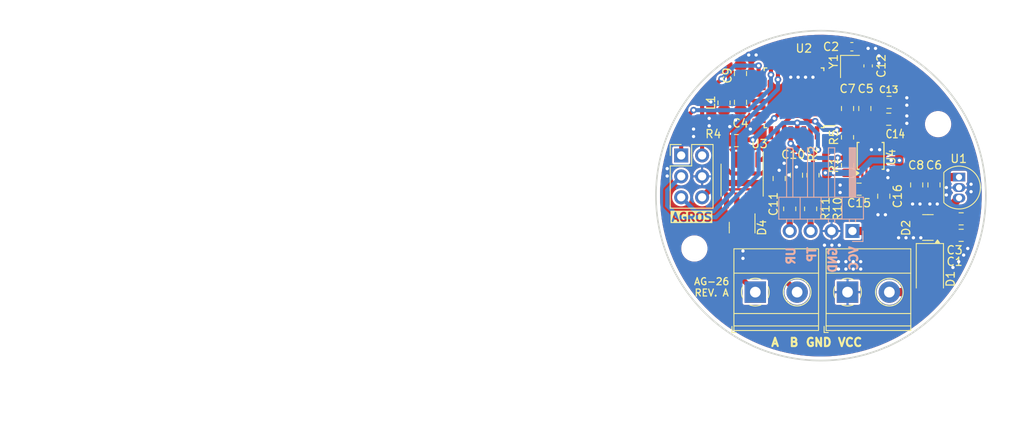
<source format=kicad_pcb>
(kicad_pcb (version 20240108) (generator "pcbnew") (generator_version "8.0")
  (layers (0 "F.Cu" signal) (31 "B.Cu" signal) (34 "B.Paste" user) (35 "F.Paste" user) (36 "B.SilkS" user "B.Silkscreen") (37 "F.SilkS" user "F.Silkscreen") (38 "B.Mask" user) (39 "F.Mask" user) (44 "Edge.Cuts" user))
  (net 0 "")
  (net 1 "Net-(D1-K)")
  (net 2 "GND")
  (net 3 "Net-(U2-XTAL2{slash}PB7)")
  (net 4 "+5V")
  (net 5 "Net-(U2-AREF)")
  (net 6 "+12V")
  (net 7 "Net-(U2-AVCC)")
  (net 8 "RESET")
  (net 9 "Net-(U2-XTAL1{slash}PB6)")
  (net 10 "SENSOR_ANALOGICO_1")
  (net 11 "SENSOR_ANALOGICO_2")
  (net 16 "SCL")
  (net 17 "SDA")
  (net 20 "RX")
  (net 21 "TX")
  (net 22 "485_A")
  (net 23 "485_B")
  (net 24 "TEMP")
  (net 25 "UMID")
  (net 26 "485_EN")
  (net 27 "MISO")
  (net 28 "SCK")
  (net 29 "MOSI")
  (net 31 "RX_CAL")
  (net 32 "TX_CAL")
  (net 37 "SENSOR_ANALOGICO_4")
  (net 38 "SENSOR_ANALOGICO_3")
  (footprint "Capacitor_SMD:C_0603_1608Metric" (layer "F.Cu") (at 150.2 71.325 90)
    (property "Reference" "C12" (at 0 1.6 270) (layer "F.SilkS"))
    (property "Value" "22pF")
    (pad "1" smd roundrect (at -0.775 0 90) (size 0.9 0.95) (layers "F.Cu" "F.Paste" "F.Mask") (net 9 "Net-(U2-XTAL1{slash}PB6)"))
    (pad "2" smd roundrect (at 0.775 0 90) (size 0.9 0.95) (layers "F.Cu" "F.Paste" "F.Mask") (net 2 "GND"))
  )
  (footprint "Capacitor_SMD:C_0805_2012Metric" (layer "F.Cu") (at 147.7 76.5 -90)
    (property "Reference" "C7" (at -2.4 0 180) (layer "F.SilkS"))
    (property "Value" "100nF")
    (pad "1" smd roundrect (at -0.95 0 270) (size 1 1.45) (layers "F.Cu" "F.Paste" "F.Mask") (net 4 "+5V"))
    (pad "2" smd roundrect (at 0.95 0 270) (size 1 1.45) (layers "F.Cu" "F.Paste" "F.Mask") (net 2 "GND"))
  )
  (footprint "Capacitor_SMD:C_0805_2012Metric" (layer "F.Cu") (at 158.2 85.78 -90)
    (property "Reference" "C6" (at -2.395 -0.01 180) (layer "F.SilkS"))
    (property "Value" "10uF")
    (pad "1" smd roundrect (at -0.95 0 270) (size 1 1.45) (layers "F.Cu" "F.Paste" "F.Mask") (net 4 "+5V"))
    (pad "2" smd roundrect (at 0.95 0 270) (size 1 1.45) (layers "F.Cu" "F.Paste" "F.Mask") (net 2 "GND"))
  )
  (footprint "Package_TO_SOT_SMD:SOT-23" (layer "F.Cu") (at 157.4625 90.95 180)
    (property "Reference" "D2" (at 2.6625 -0.05 -90) (layer "F.SilkS"))
    (property "Value" "RCLAMP0582B")
    (pad "1" smd roundrect (at -0.9375 -0.95 180) (size 1.475 0.6) (layers "F.Cu" "F.Paste" "F.Mask") (net 1 "Net-(D1-K)"))
    (pad "2" smd roundrect (at -0.9375 0.95 180) (size 1.475 0.6) (layers "F.Cu" "F.Paste" "F.Mask") (net 1 "Net-(D1-K)"))
    (pad "3" smd roundrect (at 0.9375 0 180) (size 1.475 0.6) (layers "F.Cu" "F.Paste" "F.Mask") (net 2 "GND"))
  )
  (footprint "Resistor_SMD:R_0805_2012Metric" (layer "F.Cu") (at 140.68 88.6875 90)
    (property "Reference" "R11" (at 0 4.32 270) (layer "F.SilkS"))
    (property "Value" "1K")
    (pad "1" smd roundrect (at -0.9125 0 90) (size 1.025 1.4) (layers "F.Cu" "F.Paste" "F.Mask") (roundrect_rratio 0.243902) (net 25 "UMID"))
    (pad "2" smd roundrect (at 0.9125 0 90) (size 1.025 1.4) (layers "F.Cu" "F.Paste" "F.Mask") (roundrect_rratio 0.243902) (net 11 "SENSOR_ANALOGICO_2"))
  )
  (footprint "Package_SO:SOIC-8_3.9x4.9mm_P1.27mm" (layer "F.Cu") (at 134.9 85.2 -90)
    (property "Reference" "U3" (at -4.4 -2.1 0) (layer "F.SilkS"))
    (property "Value" "MAX487E")
    (pad "1" smd roundrect (at -2.475 -1.905 270) (size 1.95 0.6) (layers "F.Cu" "F.Paste" "F.Mask") (net 20 "RX"))
    (pad "2" smd roundrect (at -2.475 -0.635 270) (size 1.95 0.6) (layers "F.Cu" "F.Paste" "F.Mask") (net 26 "485_EN"))
    (pad "3" smd roundrect (at -2.475 0.635 270) (size 1.95 0.6) (layers "F.Cu" "F.Paste" "F.Mask") (net 26 "485_EN"))
    (pad "4" smd roundrect (at -2.475 1.905 270) (size 1.95 0.6) (layers "F.Cu" "F.Paste" "F.Mask") (net 21 "TX"))
    (pad "5" smd roundrect (at 2.475 1.905 270) (size 1.95 0.6) (layers "F.Cu" "F.Paste" "F.Mask") (net 2 "GND"))
    (pad "6" smd roundrect (at 2.475 0.635 270) (size 1.95 0.6) (layers "F.Cu" "F.Paste" "F.Mask") (net 22 "485_A"))
    (pad "7" smd roundrect (at 2.475 -0.635 270) (size 1.95 0.6) (layers "F.Cu" "F.Paste" "F.Mask") (net 23 "485_B"))
    (pad "8" smd roundrect (at 2.475 -1.905 270) (size 1.95 0.6) (layers "F.Cu" "F.Paste" "F.Mask") (net 4 "+5V"))
  )
  (footprint "Package_QFP:TQFP-32_7x7mm_P0.8mm" (layer "F.Cu") (at 141.2 75.2 180)
    (property "Reference" "U2" (at -1.2 6 180) (layer "F.SilkS"))
    (property "Value" "ATmega328P-A")
    (pad "1" smd rect (at -4.25 -2.8 180) (size 1.6 0.55) (layers "F.Cu" "F.Paste" "F.Mask") (net 32 "TX_CAL"))
    (pad "2" smd rect (at -4.25 -2 180) (size 1.6 0.55) (layers "F.Cu" "F.Paste" "F.Mask") (net 26 "485_EN"))
    (pad "3" smd rect (at -4.25 -1.2 180) (size 1.6 0.55) (layers "F.Cu" "F.Paste" "F.Mask") (net 2 "GND"))
    (pad "4" smd rect (at -4.25 -0.4 180) (size 1.6 0.55) (layers "F.Cu" "F.Paste" "F.Mask") (net 4 "+5V"))
    (pad "5" smd rect (at -4.25 0.4 180) (size 1.6 0.55) (layers "F.Cu" "F.Paste" "F.Mask") (net 2 "GND"))
    (pad "6" smd rect (at -4.25 1.2 180) (size 1.6 0.55) (layers "F.Cu" "F.Paste" "F.Mask") (net 4 "+5V"))
    (pad "7" smd rect (at -4.25 2 180) (size 1.6 0.55) (layers "F.Cu" "F.Paste" "F.Mask") (net 9 "Net-(U2-XTAL1{slash}PB6)"))
    (pad "8" smd rect (at -4.25 2.8 180) (size 1.6 0.55) (layers "F.Cu" "F.Paste" "F.Mask") (net 3 "Net-(U2-XTAL2{slash}PB7)"))
    (pad "9" smd rect (at -2.8 4.25 270) (size 1.6 0.55) (layers "F.Cu" "F.Paste" "F.Mask"))
    (pad "10" smd rect (at -2 4.25 270) (size 1.6 0.55) (layers "F.Cu" "F.Paste" "F.Mask"))
    (pad "11" smd rect (at -1.2 4.25 270) (size 1.6 0.55) (layers "F.Cu" "F.Paste" "F.Mask"))
    (pad "12" smd rect (at -0.4 4.25 270) (size 1.6 0.55) (layers "F.Cu" "F.Paste" "F.Mask"))
    (pad "13" smd rect (at 0.4 4.25 270) (size 1.6 0.55) (layers "F.Cu" "F.Paste" "F.Mask"))
    (pad "14" smd rect (at 1.2 4.25 270) (size 1.6 0.55) (layers "F.Cu" "F.Paste" "F.Mask"))
    (pad "15" smd rect (at 2 4.25 270) (size 1.6 0.55) (layers "F.Cu" "F.Paste" "F.Mask") (net 29 "MOSI"))
    (pad "16" smd rect (at 2.8 4.25 270) (size 1.6 0.55) (layers "F.Cu" "F.Paste" "F.Mask") (net 27 "MISO"))
    (pad "17" smd rect (at 4.25 2.8 180) (size 1.6 0.55) (layers "F.Cu" "F.Paste" "F.Mask") (net 28 "SCK"))
    (pad "18" smd rect (at 4.25 2 180) (size 1.6 0.55) (layers "F.Cu" "F.Paste" "F.Mask") (net 7 "Net-(U2-AVCC)"))
    (pad "19" smd rect (at 4.25 1.2 180) (size 1.6 0.55) (layers "F.Cu" "F.Paste" "F.Mask"))
    (pad "20" smd rect (at 4.25 0.4 180) (size 1.6 0.55) (layers "F.Cu" "F.Paste" "F.Mask") (net 5 "Net-(U2-AREF)"))
    (pad "21" smd rect (at 4.25 -0.4 180) (size 1.6 0.55) (layers "F.Cu" "F.Paste" "F.Mask") (net 2 "GND"))
    (pad "22" smd rect (at 4.25 -1.2 180) (size 1.6 0.55) (layers "F.Cu" "F.Paste" "F.Mask"))
    (pad "23" smd rect (at 4.25 -2 180) (size 1.6 0.55) (layers "F.Cu" "F.Paste" "F.Mask"))
    (pad "24" smd rect (at 4.25 -2.8 180) (size 1.6 0.55) (layers "F.Cu" "F.Paste" "F.Mask"))
    (pad "25" smd rect (at 2.8 -4.25 270) (size 1.6 0.55) (layers "F.Cu" "F.Paste" "F.Mask"))
    (pad "26" smd rect (at 2 -4.25 270) (size 1.6 0.55) (layers "F.Cu" "F.Paste" "F.Mask"))
    (pad "27" smd rect (at 1.2 -4.25 270) (size 1.6 0.55) (layers "F.Cu" "F.Paste" "F.Mask") (net 17 "SDA"))
    (pad "28" smd rect (at 0.4 -4.25 270) (size 1.6 0.55) (layers "F.Cu" "F.Paste" "F.Mask") (net 16 "SCL"))
    (pad "29" smd rect (at -0.4 -4.25 270) (size 1.6 0.55) (layers "F.Cu" "F.Paste" "F.Mask") (net 8 "RESET"))
    (pad "30" smd rect (at -1.2 -4.25 270) (size 1.6 0.55) (layers "F.Cu" "F.Paste" "F.Mask") (net 20 "RX"))
    (pad "31" smd rect (at -2 -4.25 270) (size 1.6 0.55) (layers "F.Cu" "F.Paste" "F.Mask") (net 21 "TX"))
    (pad "32" smd rect (at -2.8 -4.25 270) (size 1.6 0.55) (layers "F.Cu" "F.Paste" "F.Mask") (net 31 "RX_CAL"))
  )
  (footprint "Diode_SMD:D_SMA" (layer "F.Cu") (at 157.7 96.3 -90)
    (property "Reference" "D1" (at 0.9 -2.5 90) (layer "F.SilkS"))
    (property "Value" "1N4148")
    (pad "1" smd rect (at -2 0 270) (size 2.5 1.8) (layers "F.Cu" "F.Paste" "F.Mask") (net 1 "Net-(D1-K)"))
    (pad "2" smd rect (at 2 0 270) (size 2.5 1.8) (layers "F.Cu" "F.Paste" "F.Mask") (net 6 "+12V"))
  )
  (footprint "TerminalBlock_Phoenix:TerminalBlock_Phoenix_MKDS-1,5-2-5.08_1x02_P5.08mm_Horizontal" (layer "F.Cu") (at 147.7 98.8)
    (property "Reference" "J4" (hide yes))
    (property "Value" "Conn_01x02")
    (pad "1" thru_hole rect (at 0 0) (size 2.6 2.6) (drill 1.3) (layers "*.Cu" "*.Mask") (net 2 "GND"))
    (pad "2" thru_hole circle (at 5.08 0) (size 2.6 2.6) (drill 1.3) (layers "*.Cu" "*.Mask") (net 6 "+12V"))
  )
  (footprint "Capacitor_SMD:C_0805_2012Metric" (layer "F.Cu") (at 134.7 75.75 -90)
    (property "Reference" "C4" (at 2.55 0 180) (layer "F.SilkS"))
    (property "Value" "100nF")
    (pad "1" smd roundrect (at -0.95 0 270) (size 1 1.45) (layers "F.Cu" "F.Paste" "F.Mask") (net 5 "Net-(U2-AREF)"))
    (pad "2" smd roundrect (at 0.95 0 270) (size 1 1.45) (layers "F.Cu" "F.Paste" "F.Mask") (net 2 "GND"))
  )
  (footprint "Package_TO_SOT_SMD:SOT-23" (layer "F.Cu") (at 134.9 90.9625 -90)
    (property "Reference" "D4" (at 0 -2.4 90) (layer "F.SilkS"))
    (property "Value" "SM712_SOT23")
    (pad "1" smd roundrect (at -0.9375 -0.95 270) (size 1.475 0.6) (layers "F.Cu" "F.Paste" "F.Mask") (net 23 "485_B"))
    (pad "2" smd roundrect (at -0.9375 0.95 270) (size 1.475 0.6) (layers "F.Cu" "F.Paste" "F.Mask") (net 22 "485_A"))
    (pad "3" smd roundrect (at 0.9375 0 270) (size 1.475 0.6) (layers "F.Cu" "F.Paste" "F.Mask") (net 2 "GND"))
  )
  (footprint "MountingHole:MountingHole_2.7mm_M2.5" (layer "F.Cu") (at 158.7 78.4)
    (property "Reference" "J6" (hide yes))
    (property "Value" "Conn_01x01")
    (pad "" np_thru_hole circle (at 0 0) (size 2.7 2.7) (drill 2.7) (layers "*.Cu" "*.Mask"))
  )
  (footprint "Resistor_SMD:R_0805_2012Metric" (layer "F.Cu") (at 147.7 83.4 90)
    (property "Reference" "R1" (at 0 -1.65 270) (layer "F.SilkS"))
    (property "Value" "R_US")
    (pad "1" smd roundrect (at -0.9125 0 90) (size 1.025 1.4) (layers "F.Cu" "F.Paste" "F.Mask") (roundrect_rratio 0.243902) (net 4 "+5V"))
    (pad "2" smd roundrect (at 0.9125 0 90) (size 1.025 1.4) (layers "F.Cu" "F.Paste" "F.Mask") (roundrect_rratio 0.243902) (net 16 "SCL"))
  )
  (footprint "Capacitor_SMD:C_0805_2012Metric" (layer "F.Cu") (at 149.8 76.5 -90)
    (property "Reference" "C5" (at -2.4 -0.1 180) (layer "F.SilkS"))
    (property "Value" "10uF")
    (pad "1" smd roundrect (at -0.95 0 270) (size 1 1.45) (layers "F.Cu" "F.Paste" "F.Mask") (net 4 "+5V"))
    (pad "2" smd roundrect (at 0.95 0 270) (size 1 1.45) (layers "F.Cu" "F.Paste" "F.Mask") (net 2 "GND"))
  )
  (footprint "Capacitor_SMD:C_0805_2012Metric" (layer "F.Cu") (at 152.1 87.15 -90)
    (property "Reference" "C16" (at 0 -1.68 90) (layer "F.SilkS"))
    (property "Value" "100nF")
    (pad "1" smd roundrect (at -0.95 0 270) (size 1 1.45) (layers "F.Cu" "F.Paste" "F.Mask") (net 10 "SENSOR_ANALOGICO_1"))
    (pad "2" smd roundrect (at 0.95 0 270) (size 1 1.45) (layers "F.Cu" "F.Paste" "F.Mask") (net 2 "GND"))
  )
  (footprint "Resistor_SMD:R_0805_2012Metric" (layer "F.Cu") (at 147.7 80 90)
    (property "Reference" "R5" (at 0 -1.65 270) (layer "F.SilkS"))
    (property "Value" "R_US")
    (pad "1" smd roundrect (at -0.9125 0 90) (size 1.025 1.4) (layers "F.Cu" "F.Paste" "F.Mask") (roundrect_rratio 0.243902) (net 4 "+5V"))
    (pad "2" smd roundrect (at 0.9125 0 90) (size 1.025 1.4) (layers "F.Cu" "F.Paste" "F.Mask") (roundrect_rratio 0.243902) (net 17 "SDA"))
  )
  (footprint "Capacitor_SMD:C_0805_2012Metric" (layer "F.Cu") (at 141.5 84.6 90)
    (property "Reference" "C10" (at 2.5 -0.4 0) (layer "F.SilkS"))
    (property "Value" "10uF")
    (pad "1" smd roundrect (at -0.95 0 90) (size 1 1.45) (layers "F.Cu" "F.Paste" "F.Mask") (net 4 "+5V"))
    (pad "2" smd roundrect (at 0.95 0 90) (size 1 1.45) (layers "F.Cu" "F.Paste" "F.Mask") (net 2 "GND"))
  )
  (footprint "Capacitor_SMD:C_0805_2012Metric" (layer "F.Cu") (at 161.5 91.9)
    (property "Reference" "C1" (at -0.8 3.2 0) (layer "F.SilkS"))
    (property "Value" "10uF")
    (pad "1" smd roundrect (at -0.95 0) (size 1 1.45) (layers "F.Cu" "F.Paste" "F.Mask") (net 1 "Net-(D1-K)"))
    (pad "2" smd roundrect (at 0.95 0) (size 1 1.45) (layers "F.Cu" "F.Paste" "F.Mask") (net 2 "GND"))
  )
  (footprint "Capacitor_SMD:C_0805_2012Metric" (layer "F.Cu") (at 149.1 86.3 180)
    (property "Reference" "C15" (at 0 -1.68 180) (layer "F.SilkS"))
    (property "Value" "100nF")
    (pad "1" smd roundrect (at -0.95 0 180) (size 1 1.45) (layers "F.Cu" "F.Paste" "F.Mask") (net 11 "SENSOR_ANALOGICO_2"))
    (pad "2" smd roundrect (at 0.95 0 180) (size 1 1.45) (layers "F.Cu" "F.Paste" "F.Mask") (net 2 "GND"))
  )
  (footprint "TerminalBlock_Phoenix:TerminalBlock_Phoenix_MKDS-1,5-2-5.08_1x02_P5.08mm_Horizontal" (layer "F.Cu") (at 136.5 98.8)
    (property "Reference" "J3" (hide yes))
    (property "Value" "Conn_01x02")
    (pad "1" thru_hole rect (at 0 0) (size 2.6 2.6) (drill 1.3) (layers "*.Cu" "*.Mask") (net 22 "485_A"))
    (pad "2" thru_hole circle (at 5.08 0) (size 2.6 2.6) (drill 1.3) (layers "*.Cu" "*.Mask") (net 23 "485_B"))
  )
  (footprint "Crystal:Crystal_SMD_2016-4Pin_2.0x1.6mm" (layer "F.Cu") (at 148 71.4 -90)
    (property "Reference" "Y1" (at -0.6 2 90) (layer "F.SilkS"))
    (property "Value" "Crystal_GND24_Small")
    (pad "1" smd rect (at -0.7 0.55 270) (size 0.9 0.8) (layers "F.Cu" "F.Paste" "F.Mask") (net 3 "Net-(U2-XTAL2{slash}PB7)"))
    (pad "2" smd rect (at 0.7 0.55 270) (size 0.9 0.8) (layers "F.Cu" "F.Paste" "F.Mask"))
    (pad "3" smd rect (at 0.7 -0.55 270) (size 0.9 0.8) (layers "F.Cu" "F.Paste" "F.Mask") (net 9 "Net-(U2-XTAL1{slash}PB6)"))
    (pad "4" smd rect (at -0.7 -0.55 270) (size 0.9 0.8) (layers "F.Cu" "F.Paste" "F.Mask"))
  )
  (footprint "Connector_PinHeader_2.54mm:PinHeader_2x03_P2.54mm_Vertical" (layer "F.Cu") (at 127.5 82.2)
    (property "Reference" "J1" (hide yes))
    (property "Value" "Conn_02x03_Counter_Clockwise")
    (pad "1" thru_hole rect (at 0 0) (size 1.7 1.7) (drill 1) (layers "*.Cu" "*.Mask") (net 27 "MISO"))
    (pad "2" thru_hole oval (at 2.54 0) (size 1.7 1.7) (drill 1) (layers "*.Cu" "*.Mask") (net 28 "SCK"))
    (pad "3" thru_hole oval (at 0 2.54) (size 1.7 1.7) (drill 1) (layers "*.Cu" "*.Mask") (net 8 "RESET"))
    (pad "4" thru_hole oval (at 2.54 2.54) (size 1.7 1.7) (drill 1) (layers "*.Cu" "*.Mask") (net 2 "GND"))
    (pad "5" thru_hole oval (at 0 5.079999) (size 1.7 1.7) (drill 1) (layers "*.Cu" "*.Mask") (net 29 "MOSI"))
    (pad "6" thru_hole oval (at 2.54 5.08) (size 1.7 1.7) (drill 1) (layers "*.Cu" "*.Mask") (net 4 "+5V"))
  )
  (footprint "Capacitor_SMD:C_0805_2012Metric" (layer "F.Cu") (at 161.5 89.9)
    (property "Reference" "C3" (at -0.8 3.8 0) (layer "F.SilkS"))
    (property "Value" "100nF")
    (pad "1" smd roundrect (at -0.95 0) (size 1 1.45) (layers "F.Cu" "F.Paste" "F.Mask") (net 1 "Net-(D1-K)"))
    (pad "2" smd roundrect (at 0.95 0) (size 1 1.45) (layers "F.Cu" "F.Paste" "F.Mask") (net 2 "GND"))
  )
  (footprint "Package_SO:TSSOP-10_3x3mm_P0.5mm" (layer "F.Cu") (at 150.5 82.25 90)
    (property "Reference" "U4" (at -0.15 2.5 270) (layer "F.SilkS"))
    (property "Value" "ADS1115IDGS")
    (pad "1" smd rect (at -2.15 -1 90) (size 1.1 0.25) (layers "F.Cu" "F.Paste" "F.Mask") (net 2 "GND"))
    (pad "2" smd rect (at -2.15 -0.5 90) (size 1.1 0.25) (layers "F.Cu" "F.Paste" "F.Mask"))
    (pad "3" smd rect (at -2.15 0 90) (size 1.1 0.25) (layers "F.Cu" "F.Paste" "F.Mask") (net 2 "GND"))
    (pad "4" smd rect (at -2.15 0.5 90) (size 1.1 0.25) (layers "F.Cu" "F.Paste" "F.Mask") (net 11 "SENSOR_ANALOGICO_2"))
    (pad "5" smd rect (at -2.15 1 90) (size 1.1 0.25) (layers "F.Cu" "F.Paste" "F.Mask") (net 10 "SENSOR_ANALOGICO_1"))
    (pad "6" smd rect (at 2.15 1 90) (size 1.1 0.25) (layers "F.Cu" "F.Paste" "F.Mask") (net 38 "SENSOR_ANALOGICO_3"))
    (pad "7" smd rect (at 2.15 0.5 90) (size 1.1 0.25) (layers "F.Cu" "F.Paste" "F.Mask") (net 37 "SENSOR_ANALOGICO_4"))
    (pad "8" smd rect (at 2.15 0 90) (size 1.1 0.25) (layers "F.Cu" "F.Paste" "F.Mask") (net 4 "+5V"))
    (pad "9" smd rect (at 2.15 -0.5 90) (size 1.1 0.25) (layers "F.Cu" "F.Paste" "F.Mask") (net 17 "SDA"))
    (pad "10" smd rect (at 2.15 -1 90) (size 1.1 0.25) (layers "F.Cu" "F.Paste" "F.Mask") (net 16 "SCL"))
  )
  (footprint "Capacitor_SMD:C_0805_2012Metric" (layer "F.Cu") (at 152.75 75.75)
    (property "Reference" "C13" (at -0.05 -1.55 360) (layer "F.SilkS") (effects (font (size 0.8 0.8))))
    (property "Value" "100nF")
    (pad "1" smd roundrect (at -0.95 0) (size 1 1.45) (layers "F.Cu" "F.Paste" "F.Mask") (net 4 "+5V"))
    (pad "2" smd roundrect (at 0.95 0) (size 1 1.45) (layers "F.Cu" "F.Paste" "F.Mask") (net 2 "GND"))
  )
  (footprint "Resistor_SMD:R_0805_2012Metric" (layer "F.Cu") (at 132.7 75.8 -90)
    (property "Reference" "L1" (at 0 1.6 -90) (layer "F.SilkS"))
    (property "Value" "10uH")
    (pad "1" smd roundrect (at -0.9125 0 270) (size 1.025 1.4) (layers "F.Cu" "F.Paste" "F.Mask") (roundrect_rratio 0.243902) (net 7 "Net-(U2-AVCC)"))
    (pad "2" smd roundrect (at 0.9125 0 270) (size 1.025 1.4) (layers "F.Cu" "F.Paste" "F.Mask") (roundrect_rratio 0.243902) (net 4 "+5V"))
  )
  (footprint "Resistor_SMD:R_0805_2012Metric" (layer "F.Cu") (at 143.22 88.6875 90)
    (property "Reference" "R10" (at 0 3.28 270) (layer "F.SilkS"))
    (property "Value" "1K")
    (pad "1" smd roundrect (at -0.9125 0 90) (size 1.025 1.4) (layers "F.Cu" "F.Paste" "F.Mask") (roundrect_rratio 0.243902) (net 24 "TEMP"))
    (pad "2" smd roundrect (at 0.9125 0 90) (size 1.025 1.4) (layers "F.Cu" "F.Paste" "F.Mask") (roundrect_rratio 0.243902) (net 10 "SENSOR_ANALOGICO_1"))
  )
  (footprint "Capacitor_SMD:C_0805_2012Metric" (layer "F.Cu") (at 156.1 85.78 -90)
    (property "Reference" "C8" (at -2.395 0.07 180) (layer "F.SilkS"))
    (property "Value" "100nF")
    (pad "1" smd roundrect (at -0.95 0 270) (size 1 1.45) (layers "F.Cu" "F.Paste" "F.Mask") (net 4 "+5V"))
    (pad "2" smd roundrect (at 0.95 0 270) (size 1 1.45) (layers "F.Cu" "F.Paste" "F.Mask") (net 2 "GND"))
  )
  (footprint "Capacitor_SMD:C_0603_1608Metric" (layer "F.Cu") (at 148.225 69)
    (property "Reference" "C2" (at -2.525 0 360) (layer "F.SilkS"))
    (property "Value" "22pF")
    (pad "1" smd roundrect (at -0.775 0) (size 0.9 0.95) (layers "F.Cu" "F.Paste" "F.Mask") (net 3 "Net-(U2-XTAL2{slash}PB7)"))
    (pad "2" smd roundrect (at 0.775 0) (size 0.9 0.95) (layers "F.Cu" "F.Paste" "F.Mask") (net 2 "GND"))
  )
  (footprint "Capacitor_SMD:C_0805_2012Metric" (layer "F.Cu") (at 152.7 77.8)
    (property "Reference" "C14" (at 0.8 1.8 180) (layer "F.SilkS") (effects (font (size 1 0.8))))
    (property "Value" "10uF")
    (pad "1" smd roundrect (at -0.95 0) (size 1 1.45) (layers "F.Cu" "F.Paste" "F.Mask") (net 4 "+5V"))
    (pad "2" smd roundrect (at 0.95 0) (size 1 1.45) (layers "F.Cu" "F.Paste" "F.Mask") (net 2 "GND"))
  )
  (footprint "MountingHole:MountingHole_2.7mm_M2.5" (layer "F.Cu") (at 129.1 93.5)
    (property "Reference" "J7" (hide yes))
    (property "Value" "Conn_01x01")
    (pad "" np_thru_hole circle (at 0 0) (size 2.7 2.7) (drill 2.7) (layers "*.Cu" "*.Mask"))
  )
  (footprint "Capacitor_SMD:C_0805_2012Metric" (layer "F.Cu") (at 134.7 72.25 90)
    (property "Reference" "C9" (at -0.25 -1.6 90) (layer "F.SilkS"))
    (property "Value" "100nF")
    (pad "1" smd roundrect (at -0.95 0 90) (size 1 1.45) (layers "F.Cu" "F.Paste" "F.Mask") (net 7 "Net-(U2-AVCC)"))
    (pad "2" smd roundrect (at 0.95 0 90) (size 1 1.45) (layers "F.Cu" "F.Paste" "F.Mask") (net 2 "GND"))
  )
  (footprint "Resistor_SMD:R_0805_2012Metric" (layer "F.Cu") (at 134.2 80.4)
    (property "Reference" "R4" (at -2.8 -0.8 360) (layer "F.SilkS"))
    (property "Value" "10K")
    (pad "1" smd roundrect (at -0.9125 0) (size 1.025 1.4) (layers "F.Cu" "F.Paste" "F.Mask") (roundrect_rratio 0.243902) (net 2 "GND"))
    (pad "2" smd roundrect (at 0.9125 0) (size 1.025 1.4) (layers "F.Cu" "F.Paste" "F.Mask") (roundrect_rratio 0.243902) (net 26 "485_EN"))
  )
  (footprint "Capacitor_SMD:C_0805_2012Metric" (layer "F.Cu") (at 139.4 85 90)
    (property "Reference" "C11" (at -3.1 -0.7 270) (layer "F.SilkS"))
    (property "Value" "100nF")
    (pad "1" smd roundrect (at -0.95 0 90) (size 1 1.45) (layers "F.Cu" "F.Paste" "F.Mask") (net 4 "+5V"))
    (pad "2" smd roundrect (at 0.95 0 90) (size 1 1.45) (layers "F.Cu" "F.Paste" "F.Mask") (net 2 "GND"))
  )
  (footprint "Package_TO_SOT_THT:TO-92_Inline" (layer "F.Cu") (at 161.24 84.83 -90)
    (property "Reference" "U1" (at -2.23 0.04 180) (layer "F.SilkS"))
    (property "Value" "LM78L05_TO92")
    (pad "1" thru_hole rect (at 0 0 270) (size 1.05 1.5) (drill 0.75) (layers "*.Cu" "*.Mask") (net 4 "+5V"))
    (pad "2" thru_hole oval (at 1.27 0 270) (size 1.05 1.5) (drill 0.75) (layers "*.Cu" "*.Mask") (net 2 "GND"))
    (pad "3" thru_hole oval (at 2.54 0 270) (size 1.05 1.5) (drill 0.75) (layers "*.Cu" "*.Mask") (net 1 "Net-(D1-K)"))
  )
  (footprint "Resistor_SMD:R_0805_2012Metric" (layer "F.Cu") (at 143.5 84.6 90)
    (property "Reference" "R2" (at 2.6 0 270) (layer "F.SilkS"))
    (property "Value" "1K")
    (pad "1" smd roundrect (at -0.9125 0 90) (size 1.025 1.4) (layers "F.Cu" "F.Paste" "F.Mask") (roundrect_rratio 0.243902) (net 4 "+5V"))
    (pad "2" smd roundrect (at 0.9125 0 90) (size 1.025 1.4) (layers "F.Cu" "F.Paste" "F.Mask") (roundrect_rratio 0.243902) (net 8 "RESET"))
  )
  (footprint "Connector_PinHeader_2.54mm:PinHeader_1x04_P2.54mm_Horizontal" (layer "B.Cu") (at 148.3 91.375 90)
    (property "Reference" "J5" (hide yes))
    (property "Value" "Conn_01x04")
    (pad "1" thru_hole rect (at 0 0 90) (size 1.7 1.7) (drill 1) (layers "*.Cu" "*.Mask") (net 4 "+5V"))
    (pad "2" thru_hole oval (at 0 -2.54 90) (size 1.7 1.7) (drill 1) (layers "*.Cu" "*.Mask") (net 2 "GND"))
    (pad "3" thru_hole oval (at 0 -5.08 90) (size 1.7 1.7) (drill 1) (layers "*.Cu" "*.Mask") (net 24 "TEMP"))
    (pad "4" thru_hole oval (at 0 -7.62 90) (size 1.7 1.7) (drill 1) (layers "*.Cu" "*.Mask") (net 25 "UMID"))
  )
  (gr_circle (center 144.465 87.08) (end 164.495532 87.08) (stroke (width 0.2)) (fill none) (layer "Edge.Cuts"))
  (gr_text "VCC" (at 149.02625 93.1 90) (layer "B.SilkS") (effects (font (size 1 1) (thickness 0.25) (bold yes)) (justify left bottom mirror)))
  (gr_text "TP" (at 143.94625 93.2 90) (layer "B.SilkS") (effects (font (size 1 1) (thickness 0.25) (bold yes)) (justify left bottom mirror)))
  (gr_text "UR" (at 141.40625 93.2 90) (layer "B.SilkS") (effects (font (size 1 1) (thickness 0.25) (bold yes)) (justify left bottom mirror)))
  (gr_text "GND" (at 146.48625 93.2 90) (layer "B.SilkS") (effects (font (size 1 1) (thickness 0.25) (bold yes)) (justify left bottom mirror)))
  (gr_text "AG-26\nREV. A\n" (at 131.2 98.2 0) (layer "F.SilkS") (effects (font (size 0.85 0.85) (thickness 0.15) (bold yes))))
  (gr_text "GND" (at 144.2 104.9 0) (layer "F.SilkS") (effects (font (size 1 1) (thickness 0.25))))
  (gr_text "VCC\n" (at 148 104.9 0) (layer "F.SilkS") (effects (font (size 1 1) (thickness 0.25))))
  (gr_text "AGROS" (at 126.2 90.3 0) (layer "F.SilkS" knockout) (effects (font (size 1 1) (thickness 0.25) (bold yes)) (justify left bottom)))
  (gr_text "B" (at 141.2 104.9 0) (layer "F.SilkS") (effects (font (size 1 1) (thickness 0.25))))
  (gr_text "A" (at 138.9 104.9 0) (layer "F.SilkS") (effects (font (size 1 1) (thickness 0.25))))
  (segment (start 159.6 90.8) (end 160.45 90.8) (width 0.5) (layer "F.Cu") (net 1))
  (segment (start 160.55 89.9) (end 160.55 88.06) (width 1) (layer "F.Cu") (net 1))
  (segment (start 159.6 90.8) (end 159.65 90.8) (width 0.6) (layer "F.Cu") (net 1))
  (segment (start 159.6 94.3) (end 160.6 93.3) (width 1) (layer "F.Cu") (net 1))
  (segment (start 160.55 89.9) (end 160.55 90.9) (width 1) (layer "F.Cu") (net 1))
  (segment (start 159.6 90.8) (end 159.6 90.95) (width 0.6) (layer "F.Cu") (net 1))
  (segment (start 160.6 93.3) (end 160.55 93.25) (width 1) (layer "F.Cu") (net 1))
  (segment (start 160.55 90.9) (end 160.55 91.9) (width 1) (layer "F.Cu") (net 1))
  (segment (start 160.45 90.8) (end 160.55 90.9) (width 0.5) (layer "F.Cu") (net 1))
  (segment (start 160.55 93.25) (end 160.55 91.9) (width 1) (layer "F.Cu") (net 1))
  (segment (start 158.4 90.8) (end 159.6 90.8) (width 0.5) (layer "F.Cu") (net 1))
  (segment (start 159.6 90.95) (end 160.55 91.9) (width 0.6) (layer "F.Cu") (net 1))
  (segment (start 158.4 90.8) (end 158.4 91.9) (width 0.5) (layer "F.Cu") (net 1))
  (segment (start 159.65 90.8) (end 160.55 89.9) (width 0.6) (layer "F.Cu") (net 1))
  (segment (start 160.55 88.06) (end 161.24 87.37) (width 1) (layer "F.Cu") (net 1))
  (segment (start 158.4 90) (end 158.4 90.8) (width 0.5) (layer "F.Cu") (net 1))
  (segment (start 157.7 94.3) (end 159.6 94.3) (width 1) (layer "F.Cu") (net 1))
  (segment (start 139.4 84.05) (end 139.4 84) (width 0.5) (layer "F.Cu") (net 2))
  (segment (start 141.5 83.65) (end 140.95 83.1) (width 0.5) (layer "F.Cu") (net 2))
  (segment (start 141.328588 84.571412) (end 140.585448 84.571412) (width 0.5) (layer "F.Cu") (net 2))
  (segment (start 140.05 83.1) (end 140 83.15) (width 0.5) (layer "F.Cu") (net 2))
  (segment (start 141.5 84.4) (end 141.328588 84.571412) (width 0.5) (layer "F.Cu") (net 2))
  (segment (start 139.4 83.75) (end 140 83.15) (width 0.5) (layer "F.Cu") (net 2))
  (segment (start 141.5 83.65) (end 141.5 83.6) (width 0.5) (layer "F.Cu") (net 2))
  (segment (start 141.5 83.6) (end 141.5 84.4) (width 0.5) (layer "F.Cu") (net 2))
  (segment (start 139.4 84) (end 139.4 83.75) (width 0.5) (layer "F.Cu") (net 2))
  (segment (start 140.95 83.1) (end 140.05 83.1) (width 0.5) (layer "F.Cu") (net 2))
  (via (at 135.7 70) (size 0.8) (drill 0.4) (layers "F.Cu" "B.Cu") (net 2))
  (via (at 143.5 72.7) (size 0.8) (drill 0.4) (layers "F.Cu" "B.Cu") (net 2))
  (via (at 152.6 84.9) (size 0.8) (drill 0.4) (layers "F.Cu" "B.Cu") (net 2))
  (via (at 133.4 78.7) (size 0.8) (drill 0.4) (layers "F.Cu" "B.Cu") (net 2))
  (via (at 151.6 81.5) (size 0.8) (drill 0.4) (layers "F.Cu" "B.Cu") (net 2))
  (via (at 162.7 85.7) (size 0.8) (drill 0.4) (layers "F.Cu" "B.Cu") (net 2))
  (via (at 135 93.8) (size 0.8) (drill 0.4) (layers "F.Cu" "B.Cu") (net 2))
  (via (at 140 83.15) (size 0.8) (drill 0.4) (layers "F.Cu" "B.Cu") (net 2))
  (via (at 154.8 92.2) (size 0.8) (drill 0.4) (layers "F.Cu" "B.Cu") (net 2))
  (via (at 154.9 76.1) (size 0.8) (drill 0.4) (layers "F.Cu" "B.Cu") (net 2))
  (via (at 141.5 83.6) (size 0.8) (drill 0.4) (layers "F.Cu" "B.Cu") (net 2))
  (via (at 129 79.9) (size 0.8) (drill 0.4) (layers "F.Cu" "B.Cu") (net 2))
  (via (at 146.8 86.7) (size 0.8) (drill 0.4) (layers "F.Cu" "B.Cu") (net 2))
  (via (at 152.6 84) (size 0.8) (drill 0.4) (layers "F.Cu" "B.Cu") (net 2))
  (via (at 150.6 81.5) (size 0.8) (drill 0.4) (layers "F.Cu" "B.Cu") (net 2))
  (via (at 148.4 96) (size 0.8) (drill 0.4) (layers "F.Cu" "B.Cu") (net 2))
  (via (at 147.5 96) (size 0.8) (drill 0.4) (layers "F.Cu" "B.Cu") (net 2))
  (via (at 125.8 83.8) (size 0.8) (drill 0.4) (layers "F.Cu" "B.Cu") (net 2))
  (via (at 158.6 88.1) (size 0.8) (drill 0.4) (layers "F.Cu" "B.Cu") (net 2))
  (via (at 146.6 96) (size 0.8) (drill 0.4) (layers "F.Cu" "B.Cu") (net 2))
  (via (at 156.6 92.2) (size 0.8) (drill 0.4) (layers "F.Cu" "B.Cu") (net 2))
  (via (at 148.4 95.1) (size 0.8) (drill 0.4) (layers "F.Cu" "B.Cu") (net 2))
  (via (at 141.7 72.7) (size 0.8) (drill 0.4) (layers "F.Cu" "B.Cu") (net 2))
  (via (at 156.5 88.1) (size 0.8) (drill 0.4) (layers "F.Cu" "B.Cu") (net 2))
  (via (at 151.5 71) (size 0.8) (drill 0.4) (layers "F.Cu" "B.Cu") (net 2))
  (via (at 131.1 75.7) (size 0.8) (drill 0.4) (layers "F.Cu" "B.Cu") (net 2))
  (via (at 150.2 69.2) (size 0.8) (drill 0.4) (layers "F.Cu" "B.Cu") (net 2))
  (via (at 154.9 75.2) (size 0.8) (drill 0.4) (layers "F.Cu" "B.Cu") (net 2))
  (via (at 136.6 70) (size 0.8) (drill 0.4) (layers "F.Cu" "B.Cu") (net 2))
  (via (at 151.1 69.2) (size 0.8) (drill 0.4) (layers "F.Cu" "B.Cu") (net 2))
  (via (at 134.1 77.9) (size 0.8) (drill 0.4) (layers "F.Cu" "B.Cu") (net 2))
  (via (at 145.8 93.1) (size 0.8) (drill 0.4) (layers "F.Cu" "B.Cu") (net 2))
  (via (at 129 79) (size 0.8) (drill 0.4) (layers "F.Cu" "B.Cu") (net 2))
  (via (at 154.9 78.3) (size 0.8) (drill 0.4) (layers "F.Cu" "B.Cu") (net 2))
  (via (at 144.9 93.1) (size 0.8) (drill 0.4) (layers "F.Cu" "B.Cu") (net 2))
  (via (at 155.7 92.2) (size 0.8) (drill 0.4) (layers "F.Cu" "B.Cu") (net 2))
  (via (at 149.3 95.1) (size 0.8) (drill 0.4) (layers "F.Cu" "B.Cu") (net 2))
  (via (at 161.2 95.1) (size 0.8) (drill 0.4) (layers "F.Cu" "B.Cu") (net 2))
  (via (at 146.7 93.1) (size 0.8) (drill 0.4) (layers "F.Cu" "B.Cu") (net 2))
  (via (at 139.4 84) (size 0.8) (drill 0.4) (layers "F.Cu" "B.Cu") (net 2))
  (via (at 161.8 94.3) (size 0.8) (drill 0.4) (layers "F.Cu" "B.Cu") (net 2))
  (via (at 162.7 86.6) (size 0.8) (drill 0.4) (layers "F.Cu" "B.Cu") (net 2))
  (via (at 142.6 72.7) (size 0.8) (drill 0.4) (layers "F.Cu" "B.Cu") (net 2))
  (via (at 125.8 84.7) (size 0.8) (drill 0.4) (layers "F.Cu" "B.Cu") (net 2))
  (via (at 149.3 96) (size 0.8) (drill 0.4) (layers "F.Cu" "B.Cu") (net 2))
  (via (at 130.9 78.6) (size 0.8) (drill 0.4) (layers "F.Cu" "B.Cu") (net 2))
  (via (at 147.5 95.1) (size 0.8) (drill 0.4) (layers "F.Cu" "B.Cu") (net 2))
  (via (at 135.9 79) (size 0.8) (drill 0.4) (layers "F.Cu" "B.Cu") (net 2))
  (via (at 151.5 70.1) (size 0.8) (drill 0.4) (layers "F.Cu" "B.Cu") (net 2))
  (via (at 135 94.7) (size 0.8) (drill 0.4) (layers "F.Cu" "B.Cu") (net 2))
  (via (at 154.9 77.4) (size 0.8) (drill 0.4) (layers "F.Cu" "B.Cu") (net 2))
  (via (at 146.6 95.1) (size 0.8) (drill 0.4) (layers "F.Cu" "B.Cu") (net 2))
  (via (at 151.4 89.4) (size 0.8) (drill 0.4) (layers "F.Cu" "B.Cu") (net 2))
  (via (at 152.3 89.4) (size 0.8) (drill 0.4) (layers "F.Cu" "B.Cu") (net 2))
  (via (at 159.7 87) (size 0.8) (drill 0.4) (layers "F.Cu" "B.Cu") (net 2))
  (via (at 155.6 88.1) (size 0.8) (drill 0.4) (layers "F.Cu" "B.Cu") (net 2))
  (via (at 159.7 86.1) (size 0.8) (drill 0.4) (layers "F.Cu" "B.Cu") (net 2))
  (via (at 140.585448 84.571412) (size 0.8) (drill 0.4) (layers "F.Cu" "B.Cu") (net 2))
  (via (at 153.9 92.2) (size 0.8) (drill 0.4) (layers "F.Cu" "B.Cu") (net 2))
  (via (at 162.3 93.5) (size 0.8) (drill 0.4) (layers "F.Cu" "B.Cu") (net 2))
  (via (at 130.9 77.7) (size 0.8) (drill 0.4) (layers "F.Cu" "B.Cu") (net 2))
  (via (at 157.7 88.1) (size 0.8) (drill 0.4) (layers "F.Cu" "B.Cu") (net 2))
  (via (at 146.8 85.8) (size 0.8) (drill 0.4) (layers "F.Cu" "B.Cu") (net 2))
  (via (at 160.5 95.8) (size 0.8) (drill 0.4) (layers "F.Cu" "B.Cu") (net 2))
  (via (at 140.8 72.7) (size 0.8) (drill 0.4) (layers "F.Cu" "B.Cu") (net 2))
  (segment (start 147.45 70.7) (end 146.4 70.7) (width 0.5) (layer "F.Cu") (net 3))
  (segment (start 147.45 69) (end 147.45 70.7) (width 0.5) (layer "F.Cu") (net 3))
  (segment (start 145.45 71.65) (end 145.45 72.4) (width 0.5) (layer "F.Cu") (net 3))
  (segment (start 146.4 70.7) (end 145.45 71.65) (width 0.5) (layer "F.Cu") (net 3))
  (segment (start 131.77 85.55) (end 130.04 87.28) (width 0.75) (layer "F.Cu") (net 4))
  (segment (start 145.7 84.3125) (end 145.7 84.2) (width 0.75) (layer "F.Cu") (net 4))
  (segment (start 145 83.5) (end 145 84.3) (width 0.75) (layer "F.Cu") (net 4))
  (segment (start 141.5 85.55) (end 143.4625 85.55) (width 0.75) (layer "F.Cu") (net 4))
  (segment (start 145 84.3) (end 145 85) (width 0.75) (layer "F.Cu") (net 4))
  (segment (start 154 80.5) (end 151.75 78.25) (width 1) (layer "F.Cu") (net 4))
  (segment (start 149.8 75.55) (end 151.6 75.55) (width 0.5) (layer "F.Cu") (net 4))
  (segment (start 151.6 75.55) (end 151.8 75.75) (width 0.5) (layer "F.Cu") (net 4))
  (segment (start 136.805 86.295) (end 136.8 86.29) (width 0.6) (layer "F.Cu") (net 4))
  (segment (start 145.6875 84.3125) (end 145 85) (width 0.75) (layer "F.Cu") (net 4))
  (segment (start 132.8 85.55) (end 131.77 85.55) (width 0.75) (layer "F.Cu") (net 4))
  (segment (start 151.8 75.75) (end 151.8 77.75) (width 0.5) (layer "F.Cu") (net 4))
  (segment (start 141.5375 85.5125) (end 141.5 85.55) (width 0.5) (layer "F.Cu") (net 4))
  (segment (start 150.5 80.1) (end 150.5 79.05) (width 0.25) (layer "F.Cu") (net 4))
  (segment (start 131.9 78.8) (end 131.9 84.6) (width 0.75) (layer "F.Cu") (net 4))
  (segment (start 133.15 85.55) (end 136 85.55) (width 0.75) (layer "F.Cu") (net 4))
  (segment (start 145.7 84.2) (end 145 83.5) (width 0.75) (layer "F.Cu") (net 4))
  (segment (start 145.7 84.3125) (end 145.6875 84.3125) (width 0.75) (layer "F.Cu") (net 4))
  (segment (start 138.55 85.95) (end 139.4 85.95) (width 0.75) (layer "F.Cu") (net 4))
  (segment (start 151.75 78.25) (end 151.75 77.8) (width 1) (layer "F.Cu") (net 4))
  (segment (start 151.8 77.75) (end 151.75 77.8) (width 0.5) (layer "F.Cu") (net 4))
  (segment (start 143.4625 85.55) (end 143.5 85.5125) (width 0.75) (layer "F.Cu") (net 4))
  (segment (start 154 85.8) (end 154 86.2) (width 1) (layer "F.Cu") (net 4))
  (segment (start 154 82.8) (end 154 80.5) (width 1) (layer "F.Cu") (net 4))
  (segment (start 161.24 84.83) (end 158.2 84.83) (width 1) (layer "F.Cu") (net 4))
  (segment (start 149.8 75.6) (end 147.7 75.6) (width 0.5) (layer "F.Cu") (net 4))
  (segment (start 148.3 91.375) (end 152.225 91.375) (width 1) (layer "F.Cu") (net 4))
  (segment (start 131.9 85.42) (end 131.77 85.55) (width 0.75) (layer "F.Cu") (net 4))
  (segment (start 154 83.8) (end 154 82.8) (width 1) (layer "F.Cu") (net 4))
  (segment (start 155 84.83) (end 155 84.8) (width 1) (layer "F.Cu") (net 4))
  (segment (start 137.7 85.55) (end 138.15 85.55) (width 0.75) (layer "F.Cu") (net 4))
  (segment (start 154 82.8) (end 153 82.8) (width 1) (layer "F.Cu") (net 4))
  (segment (start 131.9 84.6) (end 131.9 84.65) (width 0.75) (layer "F.Cu") (net 4))
  (segment (start 154.13 84.83) (end 154 84.7) (width 1) (layer "F.Cu") (net 4))
  (segment (start 154 86.2) (end 154 84.7) (width 1) (layer "F.Cu") (net 4))
  (segment (start 145.7 84.3125) (end 145.0125 84.3125) (width 0.75) (layer "F.Cu") (net 4))
  (segment (start 136.805 87.675) (end 136.805 86.4) (width 0.6) (layer "F.Cu") (net 4))
  (segment (start 145 82.1) (end 145 83.5) (width 0.75) (layer "F.Cu") (net 4))
  (segment (start 133.15 85.55) (end 132.8 85.55) (width 0.75) (layer "F.Cu") (net 4))
  (segment (start 136.8 86.29) (end 136.8 85.55) (width 0.6) (layer "F.Cu") (net 4))
  (segment (start 132.7 78) (end 131.9 78.8) (width 0.75) (layer "F.Cu") (net 4))
  (segment (start 136.85 86.4) (end 137.7 85.55) (width 0.6) (layer "F.Cu") (net 4))
  (segment (start 155 84.8) (end 154 85.8) (width 1) (layer "F.Cu") (net 4))
  (segment (start 143.8 75.2) (end 144.2 75.6) (width 0.5) (layer "F.Cu") (net 4))
  (segment (start 155 84.83) (end 154.13 84.83) (width 1) (layer "F.Cu") (net 4))
  (segment (start 147.7 84.3125) (end 145.7 84.3125) (width 0.75) (layer "F.Cu") (net 4))
  (segment (start 154 89.6) (end 154 86.2) (width 1) (layer "F.Cu") (net 4))
  (segment (start 131.9 84.6) (end 131.9 85.42) (width 0.75) (layer "F.Cu") (net 4))
  (segment (start 136 85.55) (end 136.8 85.55) (width 0.75) (layer "F.Cu") (net 4))
  (segment (start 145.0125 84.3125) (end 145 84.3) (width 0.75) (layer "F.Cu") (net 4))
  (segment (start 147.7 75.6) (end 145.45 75.6) (width 0.5) (layer "F.Cu") (net 4))
  (segment (start 144.2 75.6) (end 145.45 75.6) (width 0.5) (layer "F.Cu") (net 4))
  (segment (start 155 84.8) (end 154 83.8) (width 1) (layer "F.Cu") (net 4))
  (segment (start 144.3 74) (end 143.8 74.5) (width 0.5) (layer "F.Cu") (net 4))
  (segment (start 136.805 86.4) (end 136.85 86.4) (width 0.6) (layer "F.Cu") (net 4))
  (segment (start 143.5125 85.5) (end 143.5 85.5125) (width 1) (layer "F.Cu") (net 4))
  (segment (start 146.1875 80.9125) (end 145 82.1) (width 0.75) (layer "F.Cu") (net 4))
  (segment (start 140.45 85.95) (end 139.4 85.95) (width 0.75) (layer "F.Cu") (net 4))
  (segment (start 154 84.7) (end 154 83.8) (width 1) (layer "F.Cu") (net 4))
  (segment (start 147.7 80.9125) (end 146.1875 80.9125) (width 0.75) (layer "F.Cu") (net 4))
  (segment (start 140.85 85.55) (end 140.45 85.95) (width 0.75) (layer "F.Cu") (net 4))
  (segment (start 145 85) (end 144.4875 85.5125) (width 0.75) (layer "F.Cu") (net 4))
  (segment (start 138.15 85.55) (end 138.55 85.95) (width 0.75) (layer "F.Cu") (net 4))
  (segment (start 145.45 74) (end 144.3 74) (width 0.5) (layer "F.Cu") (net 4))
  (segment (start 158.2 84.83) (end 156.1 84.83) (width 1) (layer "F.Cu") (net 4))
  (segment (start 150.5 79.05) (end 151.75 77.8) (width 0.25) (layer "F.Cu") (net 4))
  (segment (start 141.5 85.55) (end 140.85 85.55) (width 0.75) (layer "F.Cu") (net 4))
  (segment (start 136.805 86.4) (end 136.805 86.295) (width 0.6) (layer "F.Cu") (net 4))
  (segment (start 132.7 76.7125) (end 132.7 78) (width 0.75) (layer "F.Cu") (net 4))
  (segment (start 136.8 85.55) (end 137.7 85.55) (width 0.75) (layer "F.Cu") (net 4))
  (segment (start 136.805 86.355) (end 136 85.55) (width 0.6) (layer "F.Cu") (net 4))
  (segment (start 136.805 86.4) (end 136.805 86.355) (width 0.6) (layer "F.Cu") (net 4))
  (segment (start 143.8 74.5) (end 143.8 75.2) (width 0.5) (layer "F.Cu") (net 4))
  (segment (start 152.225 91.375) (end 154 89.6) (width 1) (layer "F.Cu") (net 4))
  (segment (start 131.9 84.65) (end 132.8 85.55) (width 0.75) (layer "F.Cu") (net 4))
  (segment (start 156.1 84.83) (end 155 84.83) (width 1) (layer "F.Cu") (net 4))
  (segment (start 144.4875 85.5125) (end 143.5 85.5125) (width 0.75) (layer "F.Cu") (net 4))
  (via (at 153 82.8) (size 0.8) (drill 0.4) (layers "F.Cu" "B.Cu") (net 4))
  (via (at 145.0125 84.3125) (size 0.8) (drill 0.4) (layers "F.Cu" "B.Cu") (net 4))
  (via (at 154 82.8) (size 0.8) (drill 0.4) (layers "F.Cu" "B.Cu") (net 4))
  (via (at 146 84.3125) (size 0.8) (drill 0.4) (layers "F.Cu" "B.Cu") (net 4))
  (segment (start 150.6 82.8) (end 153 82.8) (width 0.75) (layer "B.Cu") (net 4))
  (segment (start 146 84.3125) (end 145.0125 84.3125) (width 0.75) (layer "B.Cu") (net 4))
  (segment (start 146 84.3125) (end 149.0875 84.3125) (width 0.75) (layer "B.Cu") (net 4))
  (segment (start 149.0875 84.3125) (end 150.6 82.8) (width 0.75) (layer "B.Cu") (net 4))
  (segment (start 153 82.8) (end 154 82.8) (width 0.75) (layer "B.Cu") (net 4))
  (segment (start 136.95 74.8) (end 134.7 74.8) (width 0.5) (layer "F.Cu") (net 5))
  (segment (start 157.2 98.8) (end 157.7 98.3) (width 1) (layer "F.Cu") (net 6))
  (segment (start 152.78 98.8) (end 157.2 98.8) (width 1) (layer "F.Cu") (net 6))
  (segment (start 133.7 73.2) (end 134.7 73.2) (width 0.5) (layer "F.Cu") (net 7))
  (segment (start 136.95 73.2) (end 134.7 73.2) (width 0.5) (layer "F.Cu") (net 7))
  (segment (start 132.7 74.2) (end 133.7 73.2) (width 0.5) (layer "F.Cu") (net 7))
  (segment (start 132.7 74.8875) (end 132.7 74.2) (width 0.5) (layer "F.Cu") (net 7))
  (segment (start 141.6 78.25) (end 141.6 79.45) (width 0.5) (layer "F.Cu") (net 8))
  (segment (start 143.5 82.1) (end 144.1 81.5) (width 0.5) (layer "F.Cu") (net 8))
  (segment (start 143.5 83.6875) (end 143.5 82.1) (width 0.5) (layer "F.Cu") (net 8))
  (via (at 141.6 78.25) (size 0.8) (drill 0.4) (layers "F.Cu" "B.Cu") (net 8))
  (via (at 144.1 81.5) (size 0.8) (drill 0.4) (layers "F.Cu" "B.Cu") (net 8))
  (segment (start 139.85 78.25) (end 136.9 81.2) (width 0.5) (layer "B.Cu") (net 8))
  (segment (start 141.6 78.25) (end 139.85 78.25) (width 0.5) (layer "B.Cu") (net 8))
  (segment (start 136.9 84.5) (end 131.7 89.7) (width 0.5) (layer "B.Cu") (net 8))
  (segment (start 142.747918 78.25) (end 144.1 79.602082) (width 0.5) (layer "B.Cu") (net 8))
  (segment (start 141.6 78.25) (end 142.747918 78.25) (width 0.5) (layer "B.Cu") (net 8))
  (segment (start 131.7 89.7) (end 127.2 89.7) (width 0.5) (layer "B.Cu") (net 8))
  (segment (start 125.8 86.44) (end 127.5 84.74) (width 0.5) (layer "B.Cu") (net 8))
  (segment (start 136.9 81.2) (end 136.9 84.5) (width 0.5) (layer "B.Cu") (net 8))
  (segment (start 125.8 88.3) (end 125.8 86.44) (width 0.5) (layer "B.Cu") (net 8))
  (segment (start 127.2 89.7) (end 125.8 88.3) (width 0.5) (layer "B.Cu") (net 8))
  (segment (start 144.1 79.602082) (end 144.1 81.5) (width 0.5) (layer "B.Cu") (net 8))
  (segment (start 150.2 72.1) (end 148.55 72.1) (width 0.5) (layer "F.Cu") (net 9))
  (segment (start 145.45 73.2) (end 148.1 73.2) (width 0.5) (layer "F.Cu") (net 9))
  (segment (start 148.55 72.75) (end 148.55 72.1) (width 0.5) (layer "F.Cu") (net 9))
  (segment (start 148.1 73.2) (end 148.55 72.75) (width 0.5) (layer "F.Cu") (net 9))
  (segment (start 151.5 84.4) (end 151.5 85.6) (width 0.25) (layer "F.Cu") (net 10))
  (segment (start 151.5 85.6) (end 152.1 86.2) (width 0.25) (layer "F.Cu") (net 10))
  (segment (start 149.8 88.5) (end 152.1 86.2) (width 0.5) (layer "F.Cu") (net 10))
  (segment (start 143.945 88.5) (end 143.22 87.775) (width 0.5) (layer "F.Cu") (net 10))
  (segment (start 149.8 88.5) (end 143.945 88.5) (width 0.5) (layer "F.Cu") (net 10))
  (segment (start 140.9125 87.5875) (end 141.8 86.7) (width 0.5) (layer "F.Cu") (net 11))
  (segment (start 141.8 86.7) (end 144.7 86.7) (width 0.5) (layer "F.Cu") (net 11))
  (segment (start 144.7 86.7) (end 145.7 87.7) (width 0.5) (layer "F.Cu") (net 11))
  (segment (start 150.05 87.05) (end 150.05 86.3) (width 0.5) (layer "F.Cu") (net 11))
  (segment (start 140.68 87.5875) (end 140.9125 87.5875) (width 0.5) (layer "F.Cu") (net 11))
  (segment (start 151 84.4) (end 151 85.2) (width 0.25) (layer "F.Cu") (net 11))
  (segment (start 151 85.2) (end 150.05 86.15) (width 0.25) (layer "F.Cu") (net 11))
  (segment (start 150.05 86.15) (end 150.05 86.3) (width 0.25) (layer "F.Cu") (net 11))
  (segment (start 149.4 87.7) (end 150.05 87.05) (width 0.5) (layer "F.Cu") (net 11))
  (segment (start 145.7 87.7) (end 149.4 87.7) (width 0.5) (layer "F.Cu") (net 11))
  (segment (start 149.5 81.8) (end 149.5 80.1) (width 0.25) (layer "F.Cu") (net 16))
  (segment (start 140.798959 79.451041) (end 140.8 79.45) (width 0.5) (layer "F.Cu") (net 16))
  (segment (start 148.8125 82.4875) (end 147.7 82.4875) (width 0.2) (layer "F.Cu") (net 16))
  (segment (start 148.9625 82.3375) (end 148.8125 82.4875) (width 0.2) (layer "F.Cu") (net 16))
  (segment (start 140.798959 80.75) (end 140.798959 79.451041) (width 0.5) (layer "F.Cu") (net 16))
  (segment (start 148.9625 82.3375) (end 149.5 81.8) (width 0.25) (layer "F.Cu") (net 16))
  (segment (start 147.7 82.4875) (end 146.5125 82.4875) (width 0.5) (layer "F.Cu") (net 16))
  (segment (start 146.5125 82.4875) (end 146.5 82.5) (width 0.5) (layer "F.Cu") (net 16))
  (via (at 146.5 82.5) (size 0.8) (drill 0.4) (layers "F.Cu" "B.Cu") (net 16))
  (via (at 140.798959 80.75) (size 0.8) (drill 0.4) (layers "F.Cu" "B.Cu") (net 16))
  (segment (start 142.548959 82.5) (end 140.798959 80.75) (width 0.5) (layer "B.Cu") (net 16))
  (segment (start 146.5 82.5) (end 142.548959 82.5) (width 0.5) (layer "B.Cu") (net 16))
  (segment (start 142.2 77.4) (end 140.9 77.4) (width 0.5) (layer "F.Cu") (net 17))
  (segment (start 143.773553 78.049998) (end 142.849998 78.049998) (width 0.5) (layer "F.Cu") (net 17))
  (segment (start 149.7875 79.0875) (end 150 79.3) (width 0.2) (layer "F.Cu") (net 17))
  (segment (start 150 79.3) (end 150 80.1) (width 0.2) (layer "F.Cu") (net 17))
  (segment (start 140.9 77.4) (end 140 78.3) (width 0.5) (layer "F.Cu") (net 17))
  (segment (start 147.7 79.0875) (end 149.7875 79.0875) (width 0.2) (layer "F.Cu") (net 17))
  (segment (start 147.7 79.0875) (end 146.4125 79.0875) (width 0.5) (layer "F.Cu") (net 17))
  (segment (start 142.849998 78.049998) (end 142.2 77.4) (width 0.5) (layer "F.Cu") (net 17))
  (segment (start 146.4125 79.0875) (end 146.4 79.1) (width 0.5) (layer "F.Cu") (net 17))
  (segment (start 140 78.3) (end 140 79.45) (width 0.5) (layer "F.Cu") (net 17))
  (via (at 143.773553 78.049998) (size 0.8) (drill 0.4) (layers "F.Cu" "B.Cu") (net 17))
  (via (at 146.4 79.1) (size 0.8) (drill 0.4) (layers "F.Cu" "B.Cu") (net 17))
  (segment (start 144.823555 79.1) (end 146.4 79.1) (width 0.5) (layer "B.Cu") (net 17))
  (segment (start 143.773553 78.049998) (end 144.823555 79.1) (width 0.5) (layer "B.Cu") (net 17))
  (segment (start 137.275 82.725) (end 138.4 81.6) (width 0.5) (layer "F.Cu") (net 20))
  (segment (start 136.805 82.725) (end 137.275 82.725) (width 0.5) (layer "F.Cu") (net 20))
  (segment (start 138.4 81.6) (end 141.3 81.6) (width 0.5) (layer "F.Cu") (net 20))
  (segment (start 141.3 81.6) (end 142.4 80.5) (width 0.5) (layer "F.Cu") (net 20))
  (segment (start 142.4 80.5) (end 142.4 79.45) (width 0.5) (layer "F.Cu") (net 20))
  (segment (start 132.995 83.795) (end 132.995 82.725) (width 0.5) (layer "F.Cu") (net 21))
  (segment (start 143.2 79.45) (end 143.2 80.75) (width 0.5) (layer "F.Cu") (net 21))
  (segment (start 133.6 84.4) (end 132.995 83.795) (width 0.5) (layer "F.Cu") (net 21))
  (segment (start 139.4 82.3) (end 137.3 84.4) (width 0.5) (layer "F.Cu") (net 21))
  (segment (start 141.65 82.3) (end 139.4 82.3) (width 0.5) (layer "F.Cu") (net 21))
  (segment (start 143.2 80.75) (end 141.65 82.3) (width 0.5) (layer "F.Cu") (net 21))
  (segment (start 137.3 84.4) (end 133.6 84.4) (width 0.5) (layer "F.Cu") (net 21))
  (segment (start 134.265 87.675) (end 134.265 88.635) (width 0.65) (layer "F.Cu") (net 22))
  (segment (start 133.95 90.025) (end 133.95 96.25) (width 0.65) (layer "F.Cu") (net 22))
  (segment (start 134.265 88.635) (end 133.95 88.95) (width 0.65) (layer "F.Cu") (net 22))
  (segment (start 133.95 88.95) (end 133.95 90.025) (width 0.65) (layer "F.Cu") (net 22))
  (segment (start 133.95 96.25) (end 136.5 98.8) (width 0.65) (layer "F.Cu") (net 22))
  (segment (start 135.535 87.675) (end 135.535 88.535) (width 0.65) (layer "F.Cu") (net 23))
  (segment (start 135.85 88.85) (end 135.85 90.025) (width 0.65) (layer "F.Cu") (net 23))
  (segment (start 135.535 88.535) (end 135.85 88.85) (width 0.65) (layer "F.Cu") (net 23))
  (segment (start 135.85 90.025) (end 135.85 93.07) (width 0.65) (layer "F.Cu") (net 23))
  (segment (start 135.85 93.07) (end 141.58 98.8) (width 0.65) (layer "F.Cu") (net 23))
  (segment (start 143.22 91.375) (end 143.22 89.6) (width 0.75) (layer "F.Cu") (net 24))
  (segment (start 140.68 91.375) (end 140.68 89.6) (width 0.75) (layer "F.Cu") (net 25))
  (segment (start 135.1125 81.3125) (end 135.1125 80.4) (width 0.6) (layer "F.Cu") (net 26))
  (segment (start 143.3 77.2) (end 142.7 76.6) (width 0.5) (layer "F.Cu") (net 26))
  (segment (start 139.9 76.6) (end 138.8 77.7) (width 0.5) (layer "F.Cu") (net 26))
  (segment (start 135.535 81.735) (end 135.1125 81.3125) (width 0.6) (layer "F.Cu") (net 26))
  (segment (start 135.2125 80.3) (end 135.1125 80.4) (width 0.6) (layer "F.Cu") (net 26))
  (segment (start 145.45 77.2) (end 143.3 77.2) (width 0.5) (layer "F.Cu") (net 26))
  (segment (start 135.535 82.725) (end 135.535 81.735) (width 0.6) (layer "F.Cu") (net 26))
  (segment (start 142.7 76.6) (end 139.9 76.6) (width 0.5) (layer "F.Cu") (net 26))
  (segment (start 136.2 80.3) (end 135.2125 80.3) (width 0.6) (layer "F.Cu") (net 26))
  (segment (start 134.265 82.725) (end 135.535 82.725) (width 0.5) (layer "F.Cu") (net 26))
  (via (at 136.2 80.3) (size 0.8) (drill 0.4) (layers "F.Cu" "B.Cu") (net 26))
  (via (at 138.8 77.7) (size 0.8) (drill 0.4) (layers "F.Cu" "B.Cu") (net 26))
  (segment (start 138.8 77.7) (end 136.2 80.3) (width 0.6) (layer "B.Cu") (net 26))
  (segment (start 127.5 78.2) (end 129 76.7) (width 0.5) (layer "F.Cu") (net 27))
  (segment (start 138.4 72.4) (end 138.4 70.95) (width 0.5) (layer "F.Cu") (net 27))
  (segment (start 127.5 82.2) (end 127.5 78.2) (width 0.5) (layer "F.Cu") (net 27))
  (via (at 129 76.7) (size 0.8) (drill 0.4) (layers "F.Cu" "B.Cu") (net 27))
  (via (at 138.4 72.4) (size 0.8) (drill 0.4) (layers "F.Cu" "B.Cu") (net 27))
  (segment (start 138.4 74) (end 138.4 72.4) (width 0.5) (layer "B.Cu") (net 27))
  (segment (start 135.9 76.5) (end 138.4 74) (width 0.5) (layer "B.Cu") (net 27))
  (segment (start 135.7 76.7) (end 135.9 76.5) (width 0.5) (layer "B.Cu") (net 27))
  (segment (start 129 76.7) (end 135.7 76.7) (width 0.5) (layer "B.Cu") (net 27))
  (segment (start 136.9 71.3) (end 136.9 72.35) (width 0.5) (layer "F.Cu") (net 28))
  (segment (start 136.9 72.35) (end 136.95 72.4) (width 0.5) (layer "F.Cu") (net 28))
  (segment (start 130.04 82.2) (end 130.04 75.26) (width 0.5) (layer "F.Cu") (net 28))
  (segment (start 130.04 75.26) (end 132.4 72.9) (width 0.5) (layer "F.Cu") (net 28))
  (via (at 136.9 71.3) (size 0.8) (drill 0.4) (layers "F.Cu" "B.Cu") (net 28))
  (via (at 132.4 72.9) (size 0.8) (drill 0.4) (layers "F.Cu" "B.Cu") (net 28))
  (segment (start 134 71.3) (end 136.9 71.3) (width 0.5) (layer "B.Cu") (net 28))
  (segment (start 132.4 72.9) (end 134 71.3) (width 0.5) (layer "B.Cu") (net 28))
  (segment (start 139.25 72.047918) (end 139.25 72.98124) (width 0.5) (layer "F.Cu") (net 29))
  (segment (start 139.2 71.997918) (end 139.25 72.047918) (width 0.5) (layer "F.Cu") (net 29))
  (segment (start 139.2 70.95) (end 139.2 71.997918) (width 0.5) (layer "F.Cu") (net 29))
  (via (at 139.25 72.98124) (size 0.8) (drill 0.4) (layers "F.Cu" "B.Cu") (net 29))
  (segment (start 129.220001 89) (end 131.4 89) (width 0.5) (layer "B.Cu") (net 29))
  (segment (start 139.25 74.15) (end 139.25 72.98124) (width 0.5) (layer "B.Cu") (net 29))
  (segment (start 127.5 87.279999) (end 129.220001 89) (width 0.5) (layer "B.Cu") (net 29))
  (segment (start 133.8 79.6) (end 139.25 74.15) (width 0.5) (layer "B.Cu") (net 29))
  (segment (start 133.8 86.6) (end 133.8 79.6) (width 0.5) (layer "B.Cu") (net 29))
  (segment (start 131.4 89) (end 133.8 86.6) (width 0.5) (layer "B.Cu") (net 29))
  (zone (net 2) (net_name "GND") (layers "F&B.Cu") (connect_pads (clearance 0.25)) (min_thickness 0.25) (fill yes (thermal_gap 0.25) (thermal_bridge_width 0.25))
    (polygon (pts (xy 144.5 67.1) (xy 165.8 67.1) (xy 167.2 99.7) (xy 146 114.2) (xy 125.3 113.3) (xy 105.6 90.2) (xy 119.2 69.8) (xy 132.6 65.6)))
  )
)
</source>
